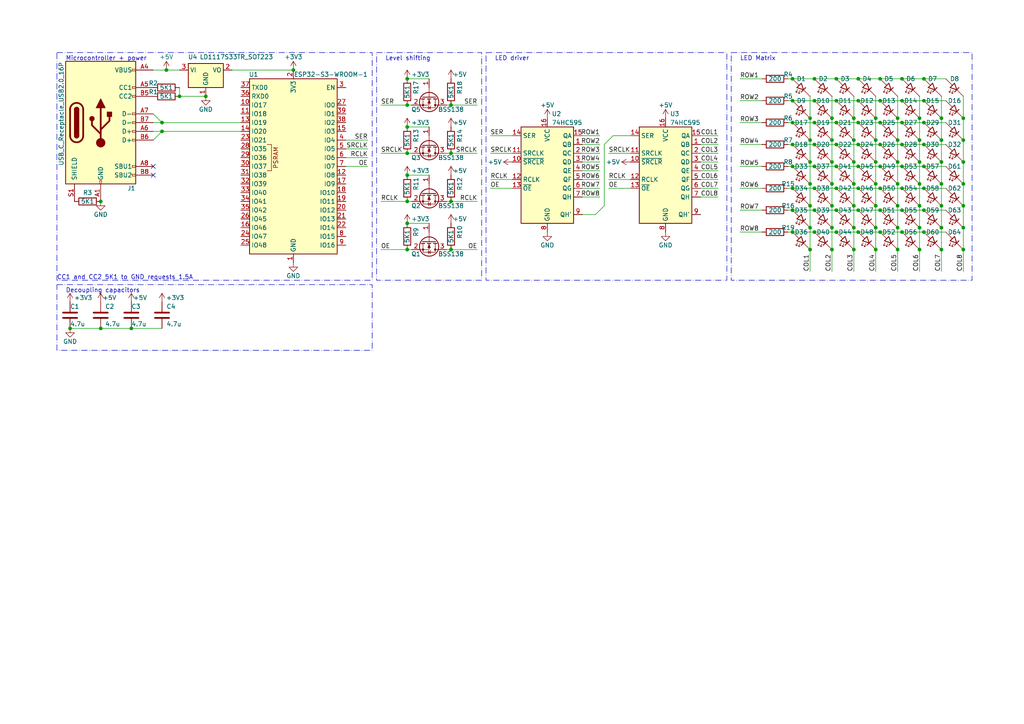
<source format=kicad_sch>
(kicad_sch (version 20230121) (generator eeschema)
  (paper "A4")
  (lib_symbols
    (symbol "74xx:74HC595"
      (property "Reference" "U" (at -7.62 13.97 0))
      (property "Value" "74HC595" (at -7.62 -16.51 0))
      (symbol "74HC595_1_0"
        (pin tri_state line (at 10.16 7.62 180) (length 2.54) (name "QB") (number "1"))
        (pin input line (at -10.16 2.54 0) (length 2.54) (name "~{SRCLR}") (number "10"))
        (pin input line (at -10.16 5.08 0) (length 2.54) (name "SRCLK") (number "11"))
        (pin input line (at -10.16 -2.54 0) (length 2.54) (name "RCLK") (number "12"))
        (pin input line (at -10.16 -5.08 0) (length 2.54) (name "~{OE}") (number "13"))
        (pin input line (at -10.16 10.16 0) (length 2.54) (name "SER") (number "14"))
        (pin tri_state line (at 10.16 10.16 180) (length 2.54) (name "QA") (number "15"))
        (pin power_in line (at 0 15.24 270) (length 2.54) (name "VCC") (number "16"))
        (pin tri_state line (at 10.16 5.08 180) (length 2.54) (name "QC") (number "2"))
        (pin tri_state line (at 10.16 2.54 180) (length 2.54) (name "QD") (number "3"))
        (pin tri_state line (at 10.16 0 180) (length 2.54) (name "QE") (number "4"))
        (pin tri_state line (at 10.16 -2.54 180) (length 2.54) (name "QF") (number "5"))
        (pin tri_state line (at 10.16 -5.08 180) (length 2.54) (name "QG") (number "6"))
        (pin tri_state line (at 10.16 -7.62 180) (length 2.54) (name "QH") (number "7"))
        (pin power_in line (at 0 -17.78 90) (length 2.54) (name "GND") (number "8"))
        (pin output line (at 10.16 -12.7 180) (length 2.54) (name "QH'") (number "9"))
      )
    )
    (symbol "Connector:USB_C_Receptacle_USB2.0_16P" (pin_names (offset 1.016))
      (property "Reference" "J" (at 0 22.225 0))
      (property "Value" "USB_C_Receptacle_USB2.0_16P" (at 0 19.685 0))
      (symbol "USB_C_Receptacle_USB2.0_16P_1_1"
        (pin passive line (at 0 -22.86 90) (length 5.08) (name "GND") (number "A1"))
        (pin passive line (at 0 -22.86 90) (length 5.08) hide (name "GND") (number "A12"))
        (pin passive line (at 15.24 15.24 180) (length 5.08) (name "VBUS") (number "A4"))
        (pin bidirectional line (at 15.24 10.16 180) (length 5.08) (name "CC1") (number "A5"))
        (pin bidirectional line (at 15.24 -2.54 180) (length 5.08) (name "D+") (number "A6"))
        (pin bidirectional line (at 15.24 2.54 180) (length 5.08) (name "D-") (number "A7"))
        (pin bidirectional line (at 15.24 -12.7 180) (length 5.08) (name "SBU1") (number "A8"))
        (pin passive line (at 15.24 15.24 180) (length 5.08) hide (name "VBUS") (number "A9"))
        (pin passive line (at 0 -22.86 90) (length 5.08) hide (name "GND") (number "B1"))
        (pin passive line (at 0 -22.86 90) (length 5.08) hide (name "GND") (number "B12"))
        (pin passive line (at 15.24 15.24 180) (length 5.08) hide (name "VBUS") (number "B4"))
        (pin bidirectional line (at 15.24 7.62 180) (length 5.08) (name "CC2") (number "B5"))
        (pin bidirectional line (at 15.24 -5.08 180) (length 5.08) (name "D+") (number "B6"))
        (pin bidirectional line (at 15.24 0 180) (length 5.08) (name "D-") (number "B7"))
        (pin bidirectional line (at 15.24 -15.24 180) (length 5.08) (name "SBU2") (number "B8"))
        (pin passive line (at 15.24 15.24 180) (length 5.08) hide (name "VBUS") (number "B9"))
        (pin passive line (at -7.62 -22.86 90) (length 5.08) (name "SHIELD") (number "S1"))
      )
    )
    (symbol "Device:C" (pin_numbers hide) (pin_names (offset 0.254))
      (property "Reference" "C" (at 0.635 2.54 0))
      (property "Value" "C" (at 0.635 -2.54 0))
      (symbol "C_1_1"
        (pin passive line (at 0 3.81 270) (length 2.794) (name "~") (number "1"))
        (pin passive line (at 0 -3.81 90) (length 2.794) (name "~") (number "2"))
      )
    )
    (symbol "Device:LED_45deg" (pin_numbers hide) (pin_names (offset 0) hide)
      (property "Reference" "D" (at 1.27 2.54 0))
      (property "Value" "LED_45deg" (at 1.27 0 0))
      (symbol "LED_45deg_1_1"
        (pin passive line (at 2.54 -2.54 180) (length 0) (name "K") (number "1"))
        (pin passive line (at -2.54 2.54 0) (length 0) (name "A") (number "2"))
      )
    )
    (symbol "Device:R" (pin_numbers hide) (pin_names (offset 0))
      (property "Reference" "R" (at 2.032 0 90))
      (property "Value" "R" (at 0 0 90))
      (symbol "R_1_1"
        (pin passive line (at 0 3.81 270) (length 1.27) (name "~") (number "1"))
        (pin passive line (at 0 -3.81 90) (length 1.27) (name "~") (number "2"))
      )
    )
    (symbol "RF_Module:ESP32-S3-WROOM-1"
      (property "Reference" "U" (at -12.7 26.67 0))
      (property "Value" "ESP32-S3-WROOM-1" (at 12.7 26.67 0))
      (symbol "ESP32-S3-WROOM-1_0_0"
        (text "PSRAM" (at 5.08 2.54 900) (effects (font (size 1.27 1.27))))
      )
      (symbol "ESP32-S3-WROOM-1_1_1"
        (pin power_in line (at 0 -27.94 90) (length 2.54) (name "GND") (number "1"))
        (pin bidirectional line (at 15.24 17.78 180) (length 2.54) (name "IO17") (number "10"))
        (pin bidirectional line (at 15.24 15.24 180) (length 2.54) (name "IO18") (number "11"))
        (pin bidirectional line (at -15.24 -2.54 0) (length 2.54) (name "IO8") (number "12"))
        (pin bidirectional line (at 15.24 12.7 180) (length 2.54) (name "IO19") (number "13"))
        (pin bidirectional line (at 15.24 10.16 180) (length 2.54) (name "IO20") (number "14"))
        (pin bidirectional line (at -15.24 10.16 0) (length 2.54) (name "IO3") (number "15"))
        (pin bidirectional line (at 15.24 -17.78 180) (length 2.54) (name "IO46") (number "16"))
        (pin bidirectional line (at -15.24 -5.08 0) (length 2.54) (name "IO9") (number "17"))
        (pin bidirectional line (at -15.24 -7.62 0) (length 2.54) (name "IO10") (number "18"))
        (pin bidirectional line (at -15.24 -10.16 0) (length 2.54) (name "IO11") (number "19"))
        (pin power_in line (at 0 27.94 270) (length 2.54) (name "3V3") (number "2"))
        (pin bidirectional line (at -15.24 -12.7 0) (length 2.54) (name "IO12") (number "20"))
        (pin bidirectional line (at -15.24 -15.24 0) (length 2.54) (name "IO13") (number "21"))
        (pin bidirectional line (at -15.24 -17.78 0) (length 2.54) (name "IO14") (number "22"))
        (pin bidirectional line (at 15.24 7.62 180) (length 2.54) (name "IO21") (number "23"))
        (pin bidirectional line (at 15.24 -20.32 180) (length 2.54) (name "IO47") (number "24"))
        (pin bidirectional line (at 15.24 -22.86 180) (length 2.54) (name "IO48") (number "25"))
        (pin bidirectional line (at 15.24 -15.24 180) (length 2.54) (name "IO45") (number "26"))
        (pin bidirectional line (at -15.24 17.78 0) (length 2.54) (name "IO0") (number "27"))
        (pin bidirectional line (at 15.24 5.08 180) (length 2.54) (name "IO35") (number "28"))
        (pin bidirectional line (at 15.24 2.54 180) (length 2.54) (name "IO36") (number "29"))
        (pin input line (at -15.24 22.86 0) (length 2.54) (name "EN") (number "3"))
        (pin bidirectional line (at 15.24 0 180) (length 2.54) (name "IO37") (number "30"))
        (pin bidirectional line (at 15.24 -2.54 180) (length 2.54) (name "IO38") (number "31"))
        (pin bidirectional line (at 15.24 -5.08 180) (length 2.54) (name "IO39") (number "32"))
        (pin bidirectional line (at 15.24 -7.62 180) (length 2.54) (name "IO40") (number "33"))
        (pin bidirectional line (at 15.24 -10.16 180) (length 2.54) (name "IO41") (number "34"))
        (pin bidirectional line (at 15.24 -12.7 180) (length 2.54) (name "IO42") (number "35"))
        (pin bidirectional line (at 15.24 20.32 180) (length 2.54) (name "RXD0") (number "36"))
        (pin bidirectional line (at 15.24 22.86 180) (length 2.54) (name "TXD0") (number "37"))
        (pin bidirectional line (at -15.24 12.7 0) (length 2.54) (name "IO2") (number "38"))
        (pin bidirectional line (at -15.24 15.24 0) (length 2.54) (name "IO1") (number "39"))
        (pin bidirectional line (at -15.24 7.62 0) (length 2.54) (name "IO4") (number "4"))
        (pin passive line (at 0 -27.94 90) (length 2.54) hide (name "GND") (number "40"))
        (pin passive line (at 0 -27.94 90) (length 2.54) hide (name "GND") (number "41"))
        (pin bidirectional line (at -15.24 5.08 0) (length 2.54) (name "IO5") (number "5"))
        (pin bidirectional line (at -15.24 2.54 0) (length 2.54) (name "IO6") (number "6"))
        (pin bidirectional line (at -15.24 0 0) (length 2.54) (name "IO7") (number "7"))
        (pin bidirectional line (at -15.24 -20.32 0) (length 2.54) (name "IO15") (number "8"))
        (pin bidirectional line (at -15.24 -22.86 0) (length 2.54) (name "IO16") (number "9"))
      )
    )
    (symbol "Regulator_Linear:LD1117S33TR_SOT223"
      (property "Reference" "U" (at -3.81 3.175 0))
      (property "Value" "LD1117S33TR_SOT223" (at 0 3.175 0))
      (symbol "LD1117S33TR_SOT223_1_1"
        (pin power_in line (at 0 -7.62 90) (length 2.54) (name "GND") (number "1"))
        (pin power_out line (at 7.62 0 180) (length 2.54) (name "VO") (number "2"))
        (pin power_in line (at -7.62 0 0) (length 2.54) (name "VI") (number "3"))
      )
    )
    (symbol "Transistor_FET:BSS138" (pin_names hide)
      (property "Reference" "Q" (at 5.08 1.905 0))
      (property "Value" "BSS138" (at 5.08 0 0))
      (symbol "BSS138_1_1"
        (pin input line (at -5.08 0 0) (length 2.54) (name "G") (number "1"))
        (pin passive line (at 2.54 -5.08 90) (length 2.54) (name "S") (number "2"))
        (pin passive line (at 2.54 5.08 270) (length 2.54) (name "D") (number "3"))
      )
    )
    (symbol "power:+3V3" (power) (pin_names (offset 0))
      (property "Value" "+3V3" (at 0 3.556 0))
      (symbol "+3V3_1_1"
        (pin power_in line (at 0 0 90) (length 0) hide (name "+3V3") (number "1"))
      )
    )
    (symbol "power:+5V" (power) (pin_names (offset 0))
      (property "Value" "+5V" (at 0 3.556 0))
      (symbol "+5V_1_1"
        (pin power_in line (at 0 0 90) (length 0) hide (name "+5V") (number "1"))
      )
    )
    (symbol "power:GND" (power) (pin_names (offset 0))
      (property "Value" "GND" (at 0 -3.81 0))
      (symbol "GND_1_1"
        (pin power_in line (at 0 0 270) (length 0) hide (name "GND") (number "1"))
      )
    )
  )
  (junction (at 261.62 54.61))
  (junction (at 254 34.29))
  (junction (at 242.57 41.91))
  (junction (at 247.65 46.99))
  (junction (at 267.97 54.61))
  (junction (at 229.87 54.61))
  (junction (at 266.7 40.64))
  (junction (at 248.92 60.96))
  (junction (at 118.11 58.42))
  (junction (at 260.35 34.29))
  (junction (at 267.97 35.56))
  (junction (at 29.21 95.25))
  (junction (at 254 46.99))
  (junction (at 241.3 46.99))
  (junction (at 241.3 53.34))
  (junction (at 229.87 22.86))
  (junction (at 279.4 34.29))
  (junction (at 247.65 40.64))
  (junction (at 261.62 29.21))
  (junction (at 241.3 59.69))
  (junction (at 247.65 34.29))
  (junction (at 247.65 59.69))
  (junction (at 247.65 72.39))
  (junction (at 266.7 34.29))
  (junction (at 242.57 67.31))
  (junction (at 260.35 40.64))
  (junction (at 248.92 54.61))
  (junction (at 279.4 53.34))
  (junction (at 266.7 46.99))
  (junction (at 260.35 59.69))
  (junction (at 229.87 48.26))
  (junction (at 261.62 35.56))
  (junction (at 247.65 66.04))
  (junction (at 255.27 67.31))
  (junction (at 118.11 30.48))
  (junction (at 247.65 53.34))
  (junction (at 130.81 44.45))
  (junction (at 261.62 67.31))
  (junction (at 267.97 67.31))
  (junction (at 242.57 60.96))
  (junction (at 234.95 66.04))
  (junction (at 279.4 40.64))
  (junction (at 266.7 66.04))
  (junction (at 273.05 72.39))
  (junction (at 38.1 95.25))
  (junction (at 241.3 34.29))
  (junction (at 29.21 58.42))
  (junction (at 261.62 22.86))
  (junction (at 242.57 54.61))
  (junction (at 229.87 41.91))
  (junction (at 241.3 72.39))
  (junction (at 118.11 36.83))
  (junction (at 229.87 67.31))
  (junction (at 20.32 95.25))
  (junction (at 118.11 50.8))
  (junction (at 273.05 34.29))
  (junction (at 273.05 46.99))
  (junction (at 248.92 67.31))
  (junction (at 254 66.04))
  (junction (at 130.81 72.39))
  (junction (at 130.81 30.48))
  (junction (at 255.27 54.61))
  (junction (at 254 53.34))
  (junction (at 260.35 53.34))
  (junction (at 236.22 22.86))
  (junction (at 279.4 66.04))
  (junction (at 46.99 38.1))
  (junction (at 234.95 40.64))
  (junction (at 273.05 40.64))
  (junction (at 267.97 29.21))
  (junction (at 236.22 67.31))
  (junction (at 279.4 59.69))
  (junction (at 273.05 53.34))
  (junction (at 260.35 66.04))
  (junction (at 52.07 27.94))
  (junction (at 234.95 34.29))
  (junction (at 234.95 72.39))
  (junction (at 46.99 35.56))
  (junction (at 242.57 29.21))
  (junction (at 118.11 72.39))
  (junction (at 229.87 29.21))
  (junction (at 254 59.69))
  (junction (at 248.92 48.26))
  (junction (at 59.69 27.94))
  (junction (at 248.92 22.86))
  (junction (at 248.92 35.56))
  (junction (at 267.97 48.26))
  (junction (at 234.95 53.34))
  (junction (at 260.35 72.39))
  (junction (at 255.27 29.21))
  (junction (at 236.22 35.56))
  (junction (at 236.22 29.21))
  (junction (at 254 40.64))
  (junction (at 85.09 20.32))
  (junction (at 241.3 66.04))
  (junction (at 236.22 48.26))
  (junction (at 236.22 54.61))
  (junction (at 241.3 40.64))
  (junction (at 266.7 59.69))
  (junction (at 260.35 46.99))
  (junction (at 234.95 46.99))
  (junction (at 261.62 48.26))
  (junction (at 130.81 58.42))
  (junction (at 266.7 53.34))
  (junction (at 118.11 44.45))
  (junction (at 242.57 35.56))
  (junction (at 255.27 60.96))
  (junction (at 254 72.39))
  (junction (at 229.87 35.56))
  (junction (at 118.11 64.77))
  (junction (at 267.97 22.86))
  (junction (at 273.05 59.69))
  (junction (at 267.97 41.91))
  (junction (at 236.22 41.91))
  (junction (at 279.4 72.39))
  (junction (at 236.22 60.96))
  (junction (at 242.57 48.26))
  (junction (at 273.05 66.04))
  (junction (at 248.92 41.91))
  (junction (at 266.7 72.39))
  (junction (at 234.95 59.69))
  (junction (at 255.27 41.91))
  (junction (at 261.62 60.96))
  (junction (at 267.97 60.96))
  (junction (at 118.11 22.86))
  (junction (at 48.26 20.32))
  (junction (at 255.27 22.86))
  (junction (at 255.27 35.56))
  (junction (at 255.27 48.26))
  (junction (at 279.4 46.99))
  (junction (at 261.62 41.91))
  (junction (at 242.57 22.86))
  (junction (at 229.87 60.96))
  (junction (at 248.92 29.21))
  (no_connect (at 44.45 50.8))
  (no_connect (at 44.45 48.26))
  (wire (pts (xy 106.68 48.26) (xy 100.33 48.26)))
  (wire (pts (xy 241.3 66.04) (xy 241.3 59.69)))
  (wire (pts (xy 46.99 38.1) (xy 44.45 40.64)))
  (wire (pts (xy 247.65 46.99) (xy 247.65 40.64)))
  (wire (pts (xy 242.57 48.26) (xy 248.92 48.26)))
  (wire (pts (xy 255.27 29.21) (xy 261.62 29.21)))
  (wire (pts (xy 234.95 72.39) (xy 234.95 66.04)))
  (wire (pts (xy 168.91 54.61) (xy 173.99 54.61)))
  (wire (pts (xy 241.3 34.29) (xy 241.3 27.94)))
  (wire (pts (xy 247.65 34.29) (xy 247.65 40.64)))
  (wire (pts (xy 241.3 34.29) (xy 241.3 40.64)))
  (wire (pts (xy 273.05 46.99) (xy 273.05 53.34)))
  (wire (pts (xy 273.05 34.29) (xy 273.05 27.94)))
  (wire (pts (xy 214.63 48.26) (xy 220.98 48.26)))
  (wire (pts (xy 46.99 35.56) (xy 69.85 35.56)))
  (wire (pts (xy 254 72.39) (xy 254 66.04)))
  (wire (pts (xy 228.6 54.61) (xy 229.87 54.61)))
  (wire (pts (xy 118.11 22.86) (xy 124.46 22.86)))
  (wire (pts (xy 254 46.99) (xy 254 40.64)))
  (wire (pts (xy 247.65 34.29) (xy 247.65 27.94)))
  (wire (pts (xy 248.92 48.26) (xy 255.27 48.26)))
  (wire (pts (xy 168.91 41.91) (xy 173.99 41.91)))
  (wire (pts (xy 279.4 46.99) (xy 279.4 53.34)))
  (wire (pts (xy 130.81 58.42) (xy 129.54 58.42)))
  (wire (pts (xy 214.63 35.56) (xy 220.98 35.56)))
  (wire (pts (xy 118.11 36.83) (xy 124.46 36.83)))
  (wire (pts (xy 266.7 34.29) (xy 266.7 40.64)))
  (wire (pts (xy 261.62 48.26) (xy 267.97 48.26)))
  (wire (pts (xy 110.49 58.42) (xy 118.11 58.42)))
  (wire (pts (xy 236.22 29.21) (xy 242.57 29.21)))
  (wire (pts (xy 267.97 48.26) (xy 274.32 48.26)))
  (wire (pts (xy 214.63 41.91) (xy 220.98 41.91)))
  (wire (pts (xy 279.4 78.74) (xy 279.4 72.39)))
  (wire (pts (xy 247.65 66.04) (xy 247.65 59.69)))
  (wire (pts (xy 46.99 38.1) (xy 69.85 38.1)))
  (wire (pts (xy 242.57 22.86) (xy 248.92 22.86)))
  (wire (pts (xy 267.97 54.61) (xy 274.32 54.61)))
  (wire (pts (xy 248.92 35.56) (xy 255.27 35.56)))
  (wire (pts (xy 228.6 35.56) (xy 229.87 35.56)))
  (wire (pts (xy 273.05 66.04) (xy 273.05 59.69)))
  (wire (pts (xy 267.97 22.86) (xy 274.32 22.86)))
  (wire (pts (xy 242.57 60.96) (xy 248.92 60.96)))
  (wire (pts (xy 229.87 67.31) (xy 236.22 67.31)))
  (wire (pts (xy 214.63 22.86) (xy 220.98 22.86)))
  (wire (pts (xy 242.57 35.56) (xy 248.92 35.56)))
  (wire (pts (xy 261.62 29.21) (xy 267.97 29.21)))
  (wire (pts (xy 273.05 78.74) (xy 273.05 72.39)))
  (wire (pts (xy 254 59.69) (xy 254 53.34)))
  (wire (pts (xy 279.4 34.29) (xy 279.4 40.64)))
  (wire (pts (xy 110.49 44.45) (xy 118.11 44.45)))
  (wire (pts (xy 177.8 39.37) (xy 182.88 39.37)))
  (wire (pts (xy 261.62 35.56) (xy 267.97 35.56)))
  (wire (pts (xy 247.65 78.74) (xy 247.65 72.39)))
  (wire (pts (xy 247.65 46.99) (xy 247.65 53.34)))
  (wire (pts (xy 279.4 59.69) (xy 279.4 53.34)))
  (wire (pts (xy 142.24 44.45) (xy 148.59 44.45)))
  (wire (pts (xy 254 34.29) (xy 254 27.94)))
  (wire (pts (xy 248.92 67.31) (xy 255.27 67.31)))
  (wire (pts (xy 118.11 72.39) (xy 119.38 72.39)))
  (wire (pts (xy 130.81 30.48) (xy 129.54 30.48)))
  (wire (pts (xy 255.27 35.56) (xy 261.62 35.56)))
  (wire (pts (xy 241.3 78.74) (xy 241.3 72.39)))
  (wire (pts (xy 260.35 66.04) (xy 260.35 59.69)))
  (wire (pts (xy 247.65 59.69) (xy 247.65 53.34)))
  (wire (pts (xy 273.05 72.39) (xy 273.05 66.04)))
  (wire (pts (xy 267.97 35.56) (xy 274.32 35.56)))
  (wire (pts (xy 261.62 54.61) (xy 267.97 54.61)))
  (wire (pts (xy 44.45 20.32) (xy 48.26 20.32)))
  (wire (pts (xy 130.81 44.45) (xy 129.54 44.45)))
  (wire (pts (xy 228.6 29.21) (xy 229.87 29.21)))
  (wire (pts (xy 176.53 44.45) (xy 182.88 44.45)))
  (wire (pts (xy 118.11 30.48) (xy 119.38 30.48)))
  (wire (pts (xy 208.28 41.91) (xy 203.2 41.91)))
  (wire (pts (xy 208.28 52.07) (xy 203.2 52.07)))
  (wire (pts (xy 234.95 34.29) (xy 234.95 40.64)))
  (wire (pts (xy 229.87 41.91) (xy 236.22 41.91)))
  (wire (pts (xy 228.6 48.26) (xy 229.87 48.26)))
  (wire (pts (xy 266.7 59.69) (xy 266.7 53.34)))
  (wire (pts (xy 260.35 46.99) (xy 260.35 40.64)))
  (wire (pts (xy 44.45 38.1) (xy 46.99 38.1)))
  (wire (pts (xy 229.87 60.96) (xy 236.22 60.96)))
  (wire (pts (xy 267.97 60.96) (xy 274.32 60.96)))
  (wire (pts (xy 44.45 35.56) (xy 46.99 35.56)))
  (wire (pts (xy 20.32 95.25) (xy 29.21 95.25)))
  (wire (pts (xy 234.95 46.99) (xy 234.95 53.34)))
  (wire (pts (xy 229.87 29.21) (xy 236.22 29.21)))
  (wire (pts (xy 266.7 34.29) (xy 266.7 27.94)))
  (wire (pts (xy 236.22 22.86) (xy 242.57 22.86)))
  (wire (pts (xy 255.27 60.96) (xy 261.62 60.96)))
  (wire (pts (xy 130.81 58.42) (xy 138.43 58.42)))
  (wire (pts (xy 142.24 52.07) (xy 148.59 52.07)))
  (wire (pts (xy 175.26 59.69) (xy 175.26 41.91)))
  (wire (pts (xy 236.22 48.26) (xy 242.57 48.26)))
  (wire (pts (xy 214.63 60.96) (xy 220.98 60.96)))
  (wire (pts (xy 242.57 29.21) (xy 248.92 29.21)))
  (wire (pts (xy 236.22 35.56) (xy 242.57 35.56)))
  (wire (pts (xy 236.22 67.31) (xy 242.57 67.31)))
  (wire (pts (xy 208.28 49.53) (xy 203.2 49.53)))
  (wire (pts (xy 29.21 95.25) (xy 38.1 95.25)))
  (wire (pts (xy 266.7 46.99) (xy 266.7 53.34)))
  (wire (pts (xy 168.91 49.53) (xy 173.99 49.53)))
  (wire (pts (xy 234.95 78.74) (xy 234.95 72.39)))
  (wire (pts (xy 255.27 41.91) (xy 261.62 41.91)))
  (wire (pts (xy 236.22 60.96) (xy 242.57 60.96)))
  (wire (pts (xy 248.92 22.86) (xy 255.27 22.86)))
  (wire (pts (xy 106.68 45.72) (xy 100.33 45.72)))
  (wire (pts (xy 38.1 95.25) (xy 46.99 95.25)))
  (wire (pts (xy 44.45 33.02) (xy 46.99 35.56)))
  (wire (pts (xy 130.81 30.48) (xy 138.43 30.48)))
  (wire (pts (xy 266.7 66.04) (xy 266.7 59.69)))
  (wire (pts (xy 260.35 59.69) (xy 260.35 53.34)))
  (wire (pts (xy 208.28 54.61) (xy 203.2 54.61)))
  (wire (pts (xy 214.63 54.61) (xy 220.98 54.61)))
  (wire (pts (xy 261.62 67.31) (xy 267.97 67.31)))
  (wire (pts (xy 234.95 46.99) (xy 234.95 40.64)))
  (wire (pts (xy 255.27 54.61) (xy 261.62 54.61)))
  (wire (pts (xy 261.62 22.86) (xy 267.97 22.86)))
  (wire (pts (xy 279.4 46.99) (xy 279.4 40.64)))
  (wire (pts (xy 67.31 20.32) (xy 85.09 20.32)))
  (wire (pts (xy 242.57 54.61) (xy 248.92 54.61)))
  (wire (pts (xy 168.91 57.15) (xy 173.99 57.15)))
  (wire (pts (xy 247.65 72.39) (xy 247.65 66.04)))
  (wire (pts (xy 266.7 72.39) (xy 266.7 66.04)))
  (wire (pts (xy 236.22 54.61) (xy 242.57 54.61)))
  (wire (pts (xy 110.49 30.48) (xy 118.11 30.48)))
  (wire (pts (xy 279.4 72.39) (xy 279.4 66.04)))
  (wire (pts (xy 260.35 78.74) (xy 260.35 72.39)))
  (wire (pts (xy 234.95 66.04) (xy 234.95 59.69)))
  (wire (pts (xy 118.11 64.77) (xy 124.46 64.77)))
  (wire (pts (xy 241.3 72.39) (xy 241.3 66.04)))
  (wire (pts (xy 279.4 66.04) (xy 279.4 59.69)))
  (wire (pts (xy 267.97 67.31) (xy 274.32 67.31)))
  (wire (pts (xy 142.24 39.37) (xy 148.59 39.37)))
  (wire (pts (xy 260.35 46.99) (xy 260.35 53.34)))
  (wire (pts (xy 208.28 46.99) (xy 203.2 46.99)))
  (wire (pts (xy 52.07 20.32) (xy 48.26 20.32)))
  (wire (pts (xy 175.26 41.91) (xy 177.8 39.37)))
  (wire (pts (xy 168.91 39.37) (xy 173.99 39.37)))
  (wire (pts (xy 248.92 41.91) (xy 255.27 41.91)))
  (wire (pts (xy 52.07 27.94) (xy 52.07 25.4)))
  (wire (pts (xy 241.3 59.69) (xy 241.3 53.34)))
  (wire (pts (xy 118.11 50.8) (xy 124.46 50.8)))
  (wire (pts (xy 229.87 22.86) (xy 236.22 22.86)))
  (wire (pts (xy 229.87 54.61) (xy 236.22 54.61)))
  (wire (pts (xy 168.91 62.23) (xy 172.72 62.23)))
  (wire (pts (xy 168.91 46.99) (xy 173.99 46.99)))
  (wire (pts (xy 110.49 72.39) (xy 118.11 72.39)))
  (wire (pts (xy 255.27 67.31) (xy 261.62 67.31)))
  (wire (pts (xy 168.91 44.45) (xy 173.99 44.45)))
  (wire (pts (xy 254 78.74) (xy 254 72.39)))
  (wire (pts (xy 260.35 34.29) (xy 260.35 40.64)))
  (wire (pts (xy 273.05 34.29) (xy 273.05 40.64)))
  (wire (pts (xy 266.7 78.74) (xy 266.7 72.39)))
  (wire (pts (xy 228.6 41.91) (xy 229.87 41.91)))
  (wire (pts (xy 261.62 41.91) (xy 267.97 41.91)))
  (wire (pts (xy 279.4 34.29) (xy 279.4 27.94)))
  (wire (pts (xy 106.68 40.64) (xy 100.33 40.64)))
  (wire (pts (xy 267.97 29.21) (xy 274.32 29.21)))
  (wire (pts (xy 214.63 67.31) (xy 220.98 67.31)))
  (wire (pts (xy 273.05 46.99) (xy 273.05 40.64)))
  (wire (pts (xy 236.22 41.91) (xy 242.57 41.91)))
  (wire (pts (xy 260.35 72.39) (xy 260.35 66.04)))
  (wire (pts (xy 142.24 54.61) (xy 148.59 54.61)))
  (wire (pts (xy 255.27 48.26) (xy 261.62 48.26)))
  (wire (pts (xy 172.72 62.23) (xy 175.26 59.69)))
  (wire (pts (xy 254 66.04) (xy 254 59.69)))
  (wire (pts (xy 118.11 44.45) (xy 119.38 44.45)))
  (wire (pts (xy 266.7 46.99) (xy 266.7 40.64)))
  (wire (pts (xy 241.3 46.99) (xy 241.3 53.34)))
  (wire (pts (xy 176.53 54.61) (xy 182.88 54.61)))
  (wire (pts (xy 254 46.99) (xy 254 53.34)))
  (wire (pts (xy 234.95 34.29) (xy 234.95 27.94)))
  (wire (pts (xy 130.81 72.39) (xy 129.54 72.39)))
  (wire (pts (xy 208.28 57.15) (xy 203.2 57.15)))
  (wire (pts (xy 248.92 60.96) (xy 255.27 60.96)))
  (wire (pts (xy 229.87 35.56) (xy 236.22 35.56)))
  (wire (pts (xy 176.53 52.07) (xy 182.88 52.07)))
  (wire (pts (xy 260.35 34.29) (xy 260.35 27.94)))
  (wire (pts (xy 106.68 43.18) (xy 100.33 43.18)))
  (wire (pts (xy 241.3 46.99) (xy 241.3 40.64)))
  (wire (pts (xy 228.6 22.86) (xy 229.87 22.86)))
  (wire (pts (xy 208.28 39.37) (xy 203.2 39.37)))
  (wire (pts (xy 267.97 41.91) (xy 274.32 41.91)))
  (wire (pts (xy 254 34.29) (xy 254 40.64)))
  (wire (pts (xy 228.6 60.96) (xy 229.87 60.96)))
  (wire (pts (xy 273.05 59.69) (xy 273.05 53.34)))
  (wire (pts (xy 248.92 54.61) (xy 255.27 54.61)))
  (wire (pts (xy 242.57 41.91) (xy 248.92 41.91)))
  (wire (pts (xy 261.62 60.96) (xy 267.97 60.96)))
  (wire (pts (xy 168.91 52.07) (xy 173.99 52.07)))
  (wire (pts (xy 52.07 27.94) (xy 59.69 27.94)))
  (wire (pts (xy 214.63 29.21) (xy 220.98 29.21)))
  (wire (pts (xy 118.11 58.42) (xy 119.38 58.42)))
  (wire (pts (xy 130.81 72.39) (xy 138.43 72.39)))
  (wire (pts (xy 234.95 59.69) (xy 234.95 53.34)))
  (wire (pts (xy 130.81 44.45) (xy 138.43 44.45)))
  (wire (pts (xy 255.27 22.86) (xy 261.62 22.86)))
  (wire (pts (xy 208.28 44.45) (xy 203.2 44.45)))
  (wire (pts (xy 242.57 67.31) (xy 248.92 67.31)))
  (wire (pts (xy 248.92 29.21) (xy 255.27 29.21)))
  (wire (pts (xy 228.6 67.31) (xy 229.87 67.31)))
  (wire (pts (xy 229.87 48.26) (xy 236.22 48.26)))
  (rectangle (start 212.09 15.24) (end 281.94 81.28) (stroke (width 0) (type dash_dot)))
  (rectangle (start 16.51 82.55) (end 107.95 101.6) (stroke (width 0) (type dash_dot)))
  (rectangle (start 109.22 15.24) (end 139.7 81.28) (stroke (width 0) (type dash_dot)))
  (rectangle (start 140.97 15.24) (end 210.82 81.28) (stroke (width 0) (type dash_dot)))
  (rectangle (start 16.51 15.24) (end 107.95 81.28) (stroke (width 0) (type dash_dot)))
  (text "Level shifting" (at 111.76 17.78 0) (effects (font (size 1.27 1.27)) (justify left bottom)))
  (text "LED driver" (at 143.51 17.78 0) (effects (font (size 1.27 1.27)) (justify left bottom)))
  (text "CC1 and CC2 5K1 to GND requests 1.5A" (at 16.51 81.28 0) (effects (font (size 1.27 1.27)) (justify left bottom)))
  (text "Decoupling capacitors" (at 19.05 85.09 0) (effects (font (size 1.27 1.27)) (justify left bottom)))
  (text "Microcontroller + power" (at 19.05 17.78 0) (effects (font (size 1.27 1.27)) (justify left bottom)))
  (text "LED Matrix" (at 214.63 17.78 0) (effects (font (size 1.27 1.27)) (justify left bottom)))
  (label "ROW8" (at 214.63 67.31 0))
  (label "COL1" (at 208.28 39.37 180))
  (label "SRCLK" (at 106.68 43.18 180))
  (label "ROW2" (at 173.99 41.91 180))
  (label "SRCLK" (at 142.24 44.45 0))
  (label "ROW7" (at 173.99 54.61 180))
  (label "COL3" (at 247.65 78.74 90))
  (label "RCLK" (at 138.43 58.42 180))
  (label "COL3" (at 208.28 44.45 180))
  (label "ROW1" (at 214.63 22.86 0))
  (label "SRCLK" (at 176.53 44.45 0))
  (label "OE" (at 176.53 54.61 0))
  (label "ROW4" (at 214.63 41.91 0))
  (label "ROW5" (at 214.63 48.26 0))
  (label "ROW7" (at 214.63 60.96 0))
  (label "ROW4" (at 173.99 46.99 180))
  (label "ROW6" (at 173.99 52.07 180))
  (label "COL4" (at 208.28 46.99 180))
  (label "COL5" (at 260.35 78.74 90))
  (label "COL2" (at 241.3 78.74 90))
  (label "RCLK" (at 142.24 52.07 0))
  (label "COL1" (at 234.95 78.74 90))
  (label "COL4" (at 254 78.74 90))
  (label "SER" (at 110.49 30.48 0))
  (label "COL7" (at 273.05 78.74 90))
  (label "ROW5" (at 173.99 49.53 180))
  (label "COL8" (at 208.28 57.15 180))
  (label "SRCLK" (at 110.49 44.45 0))
  (label "ROW6" (at 214.63 54.61 0))
  (label "COL6" (at 208.28 52.07 180))
  (label "SER" (at 138.43 30.48 180))
  (label "ROW3" (at 214.63 35.56 0))
  (label "COL8" (at 279.4 78.74 90))
  (label "COL6" (at 266.7 78.74 90))
  (label "ROW1" (at 173.99 39.37 180))
  (label "SER" (at 142.24 39.37 0))
  (label "ROW8" (at 173.99 57.15 180))
  (label "OE" (at 106.68 48.26 180))
  (label "RCLK" (at 106.68 45.72 180))
  (label "OE" (at 138.43 72.39 180))
  (label "SRCLK" (at 138.43 44.45 180))
  (label "ROW3" (at 173.99 44.45 180))
  (label "COL7" (at 208.28 54.61 180))
  (label "SER" (at 106.68 40.64 180))
  (label "COL2" (at 208.28 41.91 180))
  (label "ROW2" (at 214.63 29.21 0))
  (label "OE" (at 142.24 54.61 0))
  (label "RCLK" (at 176.53 52.07 0))
  (label "OE" (at 110.49 72.39 0))
  (label "RCLK" (at 110.49 58.42 0))
  (label "COL5" (at 208.28 49.53 180))
  (symbol (lib_id "Connector:USB_C_Receptacle_USB2.0_16P") (at 29.21 35.56 0) (unit 1)
    (property "Reference" "J1" (at 38.1 54.61 0))
    (property "Value" "USB_C_Receptacle_USB2.0_16P" (at 17.78 33.02 90))
    (property "Footprint" "Connector_USB:USB_C_Receptacle_HCTL_HC-TYPE-C-16P-01A" (effects hide))
    (property "Datasheet" "https://www.usb.org/sites/default/files/documents/usb_type-c.zip" (effects hide))
  )
  (symbol (lib_id "Device:LED_45deg") (at 276.86 31.75 0) (unit 1)
    (property "Reference" "D16" (at 276.86 29.21 0))
    (property "Value" "LED_45deg" (effects hide))
    (property "Footprint" "LED_SMD:LED_0805_2012Metric" (effects hide))
  )
  (symbol (lib_id "power:+3V3") (at 118.11 50.8 0) (unit 1)
    (property "Reference" "#PWR05" (effects hide))
    (property "Value" "+3V3" (at 121.92 49.53 0))
  )
  (symbol (lib_id "Device:LED_45deg") (at 276.86 38.1 0) (unit 1)
    (property "Reference" "D31" (at 276.86 35.56 0))
    (property "Value" "LED_45deg" (effects hide))
    (property "Footprint" "LED_SMD:LED_0805_2012Metric" (effects hide))
  )
  (symbol (lib_id "power:+5V") (at 182.88 46.99 90) (unit 1)
    (property "Reference" "#PWR09" (effects hide))
    (property "Value" "+5V" (at 177.8 46.99 90))
  )
  (symbol (lib_id "power:+5V") (at 148.59 46.99 90) (unit 1)
    (property "Reference" "#PWR018" (effects hide))
    (property "Value" "+5V" (at 143.51 46.99 90))
  )
  (symbol (lib_id "Device:LED_45deg") (at 270.51 44.45 0) (unit 1)
    (property "Reference" "D30" (at 270.51 41.91 0))
    (property "Value" "LED_45deg" (effects hide))
    (property "Footprint" "LED_SMD:LED_0805_2012Metric" (effects hide))
  )
  (symbol (lib_id "Device:LED_45deg") (at 238.76 38.1 0) (unit 1)
    (property "Reference" "D19" (at 238.76 35.56 0))
    (property "Value" "LED_45deg" (effects hide))
    (property "Footprint" "LED_SMD:LED_0805_2012Metric" (effects hide))
  )
  (symbol (lib_id "power:+3V3") (at 20.32 87.63 0) (unit 1)
    (property "Reference" "#PWR010" (effects hide))
    (property "Value" "+3V3" (at 24.13 86.36 0))
  )
  (symbol (lib_id "power:GND") (at 85.09 76.2 0) (unit 1)
    (property "Reference" "#PWR015" (effects hide))
    (property "Value" "GND" (at 85.09 80.01 0))
  )
  (symbol (lib_id "Device:R") (at 118.11 40.64 180) (unit 1)
    (property "Reference" "R13" (at 120.65 39.37 90))
    (property "Value" "5K1" (at 118.11 40.64 90))
    (property "Footprint" "Resistor_SMD:R_0805_2012Metric" (effects hide))
  )
  (symbol (lib_id "Device:LED_45deg") (at 232.41 69.85 0) (unit 1)
    (property "Reference" "D36" (at 232.41 67.31 0))
    (property "Value" "LED_45deg" (effects hide))
    (property "Footprint" "LED_SMD:LED_0805_2012Metric" (effects hide))
  )
  (symbol (lib_id "power:+5V") (at 130.81 64.77 0) (unit 1)
    (property "Reference" "#PWR04" (effects hide))
    (property "Value" "+5V" (at 133.35 63.5 0))
  )
  (symbol (lib_id "Device:C") (at 38.1 91.44 0) (unit 1)
    (property "Reference" "C3" (at 38.1 88.9 0) (effects (justify left)))
    (property "Value" "4.7u" (at 38.1 93.98 0) (effects (justify left)))
    (property "Footprint" "Capacitor_SMD:C_0805_2012Metric" (effects hide))
  )
  (symbol (lib_id "Device:LED_45deg") (at 232.41 57.15 0) (unit 1)
    (property "Reference" "D34" (at 232.41 54.61 0))
    (property "Value" "LED_45deg" (effects hide))
    (property "Footprint" "LED_SMD:LED_0805_2012Metric" (effects hide))
  )
  (symbol (lib_id "Device:LED_45deg") (at 238.76 44.45 0) (unit 1)
    (property "Reference" "D20" (at 238.76 41.91 0))
    (property "Value" "LED_45deg" (effects hide))
    (property "Footprint" "LED_SMD:LED_0805_2012Metric" (effects hide))
  )
  (symbol (lib_id "Device:LED_45deg") (at 270.51 31.75 0) (unit 1)
    (property "Reference" "D15" (at 270.51 29.21 0))
    (property "Value" "LED_45deg" (effects hide))
    (property "Footprint" "LED_SMD:LED_0805_2012Metric" (effects hide))
  )
  (symbol (lib_id "power:+5V") (at 29.21 87.63 0) (unit 1)
    (property "Reference" "#PWR021" (effects hide))
    (property "Value" "+5V" (at 31.75 86.36 0))
  )
  (symbol (lib_id "Device:LED_45deg") (at 232.41 63.5 0) (unit 1)
    (property "Reference" "D35" (at 232.41 60.96 0))
    (property "Value" "LED_45deg" (effects hide))
    (property "Footprint" "LED_SMD:LED_0805_2012Metric" (effects hide))
  )
  (symbol (lib_id "Device:R") (at 118.11 68.58 180) (unit 1)
    (property "Reference" "R9" (at 120.65 67.31 90))
    (property "Value" "5K1" (at 118.11 68.58 90))
    (property "Footprint" "Resistor_SMD:R_0805_2012Metric" (effects hide))
  )
  (symbol (lib_id "power:+5V") (at 130.81 36.83 0) (unit 1)
    (property "Reference" "#PWR08" (effects hide))
    (property "Value" "+5V" (at 133.35 35.56 0))
  )
  (symbol (lib_id "Device:C") (at 46.99 91.44 0) (unit 1)
    (property "Reference" "C4" (at 48.26 88.9 0) (effects (justify left)))
    (property "Value" "4.7u" (at 48.26 93.98 0) (effects (justify left)))
    (property "Footprint" "Capacitor_SMD:C_0805_2012Metric" (effects hide))
  )
  (symbol (lib_id "power:+3V3") (at 46.99 87.63 0) (unit 1)
    (property "Reference" "#PWR023" (effects hide))
    (property "Value" "+3V3" (at 50.8 86.36 0))
  )
  (symbol (lib_id "Device:C") (at 29.21 91.44 0) (unit 1)
    (property "Reference" "C2" (at 30.48 88.9 0) (effects (justify left)))
    (property "Value" "4.7u" (at 30.48 93.98 0) (effects (justify left)))
    (property "Footprint" "Capacitor_SMD:C_0805_2012Metric" (effects hide))
  )
  (symbol (lib_id "Device:LED_45deg") (at 276.86 69.85 0) (unit 1)
    (property "Reference" "D64" (at 276.86 67.31 0))
    (property "Value" "LED_45deg" (effects hide))
    (property "Footprint" "LED_SMD:LED_0805_2012Metric" (effects hide))
  )
  (symbol (lib_id "Device:LED_45deg") (at 245.11 44.45 0) (unit 1)
    (property "Reference" "D22" (at 245.11 41.91 0))
    (property "Value" "LED_45deg" (effects hide))
    (property "Footprint" "LED_SMD:LED_0805_2012Metric" (effects hide))
  )
  (symbol (lib_id "power:+3V3") (at 118.11 22.86 0) (unit 1)
    (property "Reference" "#PWR011" (effects hide))
    (property "Value" "+3V3" (at 121.92 21.59 0))
  )
  (symbol (lib_id "Device:LED_45deg") (at 251.46 57.15 0) (unit 1)
    (property "Reference" "D46" (at 251.46 54.61 0))
    (property "Value" "LED_45deg" (effects hide))
    (property "Footprint" "LED_SMD:LED_0805_2012Metric" (effects hide))
  )
  (symbol (lib_id "power:GND") (at 29.21 58.42 0) (unit 1)
    (property "Reference" "#PWR01" (effects hide))
    (property "Value" "GND" (at 29.21 62.23 0))
  )
  (symbol (lib_id "Device:R") (at 25.4 58.42 90) (unit 1)
    (property "Reference" "R3" (at 25.4 55.88 90))
    (property "Value" "5K1" (at 25.4 58.42 90))
    (property "Footprint" "Resistor_SMD:R_0805_2012Metric" (effects hide))
  )
  (symbol (lib_id "Device:LED_45deg") (at 270.51 69.85 0) (unit 1)
    (property "Reference" "D60" (at 270.51 67.31 0))
    (property "Value" "LED_45deg" (effects hide))
    (property "Footprint" "LED_SMD:LED_0805_2012Metric" (effects hide))
  )
  (symbol (lib_id "Device:LED_45deg") (at 257.81 38.1 0) (unit 1)
    (property "Reference" "D25" (at 257.81 35.56 0))
    (property "Value" "LED_45deg" (effects hide))
    (property "Footprint" "LED_SMD:LED_0805_2012Metric" (effects hide))
  )
  (symbol (lib_id "Device:LED_45deg") (at 251.46 31.75 0) (unit 1)
    (property "Reference" "D12" (at 251.46 29.21 0))
    (property "Value" "LED_45deg" (effects hide))
    (property "Footprint" "LED_SMD:LED_0805_2012Metric" (effects hide))
  )
  (symbol (lib_id "Device:LED_45deg") (at 264.16 31.75 0) (unit 1)
    (property "Reference" "D14" (at 264.16 29.21 0))
    (property "Value" "LED_45deg" (effects hide))
    (property "Footprint" "LED_SMD:LED_0805_2012Metric" (effects hide))
  )
  (symbol (lib_id "Device:R") (at 224.79 29.21 90) (unit 1)
    (property "Reference" "R5" (at 228.6 27.94 90))
    (property "Value" "200" (at 224.79 29.21 90))
    (property "Footprint" "Resistor_SMD:R_0805_2012Metric" (effects hide))
  )
  (symbol (lib_id "Device:LED_45deg") (at 232.41 31.75 0) (unit 1)
    (property "Reference" "D9" (at 232.41 29.21 0))
    (property "Value" "LED_45deg" (effects hide))
    (property "Footprint" "LED_SMD:LED_0805_2012Metric" (effects hide))
  )
  (symbol (lib_id "Device:LED_45deg") (at 276.86 25.4 0) (unit 1)
    (property "Reference" "D8" (at 276.86 22.86 0))
    (property "Value" "LED_45deg" (effects hide))
    (property "Footprint" "LED_SMD:LED_0805_2012Metric" (effects hide))
  )
  (symbol (lib_id "Device:LED_45deg") (at 257.81 25.4 0) (unit 1)
    (property "Reference" "D5" (at 257.81 22.86 0))
    (property "Value" "LED_45deg" (effects hide))
    (property "Footprint" "LED_SMD:LED_0805_2012Metric" (effects hide))
  )
  (symbol (lib_id "Device:R") (at 224.79 41.91 90) (unit 1)
    (property "Reference" "R7" (at 228.6 40.64 90))
    (property "Value" "200" (at 224.79 41.91 90))
    (property "Footprint" "Resistor_SMD:R_0805_2012Metric" (effects hide))
  )
  (symbol (lib_id "Transistor_FET:BSS138") (at 124.46 69.85 270) (unit 1)
    (property "Reference" "Q1" (at 120.65 73.66 90))
    (property "Value" "BSS138" (at 130.81 73.66 90))
    (property "Footprint" "Package_TO_SOT_SMD:SOT-23" (effects hide))
    (property "Datasheet" "https://www.onsemi.com/pub/Collateral/BSS138-D.PDF" (effects hide))
  )
  (symbol (lib_id "power:GND") (at 20.32 95.25 0) (unit 1)
    (property "Reference" "#PWR024" (effects hide))
    (property "Value" "GND" (at 20.32 99.06 0))
  )
  (symbol (lib_id "Device:LED_45deg") (at 238.76 31.75 0) (unit 1)
    (property "Reference" "D10" (at 238.76 29.21 0))
    (property "Value" "LED_45deg" (effects hide))
    (property "Footprint" "LED_SMD:LED_0805_2012Metric" (effects hide))
  )
  (symbol (lib_id "power:+5V") (at 193.04 34.29 0) (unit 1)
    (property "Reference" "#PWR020" (effects hide))
    (property "Value" "+5V" (at 193.04 30.48 0))
  )
  (symbol (lib_id "Device:LED_45deg") (at 257.81 44.45 0) (unit 1)
    (property "Reference" "D26" (at 257.81 41.91 0))
    (property "Value" "LED_45deg" (effects hide))
    (property "Footprint" "LED_SMD:LED_0805_2012Metric" (effects hide))
  )
  (symbol (lib_id "Device:LED_45deg") (at 232.41 50.8 0) (unit 1)
    (property "Reference" "D33" (at 232.41 48.26 0))
    (property "Value" "LED_45deg" (effects hide))
    (property "Footprint" "LED_SMD:LED_0805_2012Metric" (effects hide))
  )
  (symbol (lib_id "power:GND") (at 193.04 67.31 0) (unit 1)
    (property "Reference" "#PWR013" (effects hide))
    (property "Value" "GND" (at 193.04 71.12 0))
  )
  (symbol (lib_id "Device:R") (at 224.79 60.96 90) (unit 1)
    (property "Reference" "R16" (at 228.6 59.69 90))
    (property "Value" "200" (at 224.79 60.96 90))
    (property "Footprint" "Resistor_SMD:R_0805_2012Metric" (effects hide))
  )
  (symbol (lib_id "Device:LED_45deg") (at 270.51 25.4 0) (unit 1)
    (property "Reference" "D7" (at 270.51 22.86 0))
    (property "Value" "LED_45deg" (effects hide))
    (property "Footprint" "LED_SMD:LED_0805_2012Metric" (effects hide))
  )
  (symbol (lib_id "Device:LED_45deg") (at 270.51 50.8 0) (unit 1)
    (property "Reference" "D57" (at 270.51 48.26 0))
    (property "Value" "LED_45deg" (effects hide))
    (property "Footprint" "LED_SMD:LED_0805_2012Metric" (effects hide))
  )
  (symbol (lib_id "Device:LED_45deg") (at 264.16 25.4 0) (unit 1)
    (property "Reference" "D6" (at 264.16 22.86 0))
    (property "Value" "LED_45deg" (effects hide))
    (property "Footprint" "LED_SMD:LED_0805_2012Metric" (effects hide))
  )
  (symbol (lib_id "Device:LED_45deg") (at 264.16 38.1 0) (unit 1)
    (property "Reference" "D27" (at 264.16 35.56 0))
    (property "Value" "LED_45deg" (effects hide))
    (property "Footprint" "LED_SMD:LED_0805_2012Metric" (effects hide))
  )
  (symbol (lib_id "Device:LED_45deg") (at 251.46 50.8 0) (unit 1)
    (property "Reference" "D45" (at 251.46 48.26 0))
    (property "Value" "LED_45deg" (effects hide))
    (property "Footprint" "LED_SMD:LED_0805_2012Metric" (effects hide))
  )
  (symbol (lib_id "Device:LED_45deg") (at 238.76 63.5 0) (unit 1)
    (property "Reference" "D39" (at 238.76 60.96 0))
    (property "Value" "LED_45deg" (effects hide))
    (property "Footprint" "LED_SMD:LED_0805_2012Metric" (effects hide))
  )
  (symbol (lib_id "Device:R") (at 224.79 67.31 90) (unit 1)
    (property "Reference" "R19" (at 228.6 66.04 90))
    (property "Value" "200" (at 224.79 67.31 90))
    (property "Footprint" "Resistor_SMD:R_0805_2012Metric" (effects hide))
  )
  (symbol (lib_id "Device:LED_45deg") (at 251.46 38.1 0) (unit 1)
    (property "Reference" "D23" (at 251.46 35.56 0))
    (property "Value" "LED_45deg" (effects hide))
    (property "Footprint" "LED_SMD:LED_0805_2012Metric" (effects hide))
  )
  (symbol (lib_id "power:+5V") (at 130.81 22.86 0) (unit 1)
    (property "Reference" "#PWR012" (effects hide))
    (property "Value" "+5V" (at 133.35 21.59 0))
  )
  (symbol (lib_id "Device:LED_45deg") (at 264.16 63.5 0) (unit 1)
    (property "Reference" "D55" (at 264.16 60.96 0))
    (property "Value" "LED_45deg" (effects hide))
    (property "Footprint" "LED_SMD:LED_0805_2012Metric" (effects hide))
  )
  (symbol (lib_id "Device:R") (at 130.81 68.58 180) (unit 1)
    (property "Reference" "R10" (at 133.35 67.31 90))
    (property "Value" "5K1" (at 130.81 68.58 90))
    (property "Footprint" "Resistor_SMD:R_0805_2012Metric" (effects hide))
  )
  (symbol (lib_id "Device:LED_45deg") (at 232.41 44.45 0) (unit 1)
    (property "Reference" "D18" (at 232.41 41.91 0))
    (property "Value" "LED_45deg" (effects hide))
    (property "Footprint" "LED_SMD:LED_0805_2012Metric" (effects hide))
  )
  (symbol (lib_id "Device:LED_45deg") (at 245.11 38.1 0) (unit 1)
    (property "Reference" "D21" (at 245.11 35.56 0))
    (property "Value" "LED_45deg" (effects hide))
    (property "Footprint" "LED_SMD:LED_0805_2012Metric" (effects hide))
  )
  (symbol (lib_id "Device:R") (at 48.26 25.4 90) (unit 1)
    (property "Reference" "R2" (at 44.45 24.13 90))
    (property "Value" "5K1" (at 48.26 25.4 90))
    (property "Footprint" "Resistor_SMD:R_0805_2012Metric" (effects hide))
  )
  (symbol (lib_id "Device:LED_45deg") (at 251.46 69.85 0) (unit 1)
    (property "Reference" "D48" (at 251.46 67.31 0))
    (property "Value" "LED_45deg" (effects hide))
    (property "Footprint" "LED_SMD:LED_0805_2012Metric" (effects hide))
  )
  (symbol (lib_id "Device:LED_45deg") (at 238.76 50.8 0) (unit 1)
    (property "Reference" "D37" (at 238.76 48.26 0))
    (property "Value" "LED_45deg" (effects hide))
    (property "Footprint" "LED_SMD:LED_0805_2012Metric" (effects hide))
  )
  (symbol (lib_id "Device:LED_45deg") (at 257.81 69.85 0) (unit 1)
    (property "Reference" "D52" (at 257.81 67.31 0))
    (property "Value" "LED_45deg" (effects hide))
    (property "Footprint" "LED_SMD:LED_0805_2012Metric" (effects hide))
  )
  (symbol (lib_id "Device:LED_45deg") (at 257.81 63.5 0) (unit 1)
    (property "Reference" "D51" (at 257.81 60.96 0))
    (property "Value" "LED_45deg" (effects hide))
    (property "Footprint" "LED_SMD:LED_0805_2012Metric" (effects hide))
  )
  (symbol (lib_id "Device:LED_45deg") (at 257.81 31.75 0) (unit 1)
    (property "Reference" "D13" (at 257.81 29.21 0))
    (property "Value" "LED_45deg" (effects hide))
    (property "Footprint" "LED_SMD:LED_0805_2012Metric" (effects hide))
  )
  (symbol (lib_id "Device:LED_45deg") (at 276.86 63.5 0) (unit 1)
    (property "Reference" "D63" (at 276.86 60.96 0))
    (property "Value" "LED_45deg" (effects hide))
    (property "Footprint" "LED_SMD:LED_0805_2012Metric" (effects hide))
  )
  (symbol (lib_id "Device:LED_45deg") (at 245.11 50.8 0) (unit 1)
    (property "Reference" "D41" (at 245.11 48.26 0))
    (property "Value" "LED_45deg" (effects hide))
    (property "Footprint" "LED_SMD:LED_0805_2012Metric" (effects hide))
  )
  (symbol (lib_id "Device:LED_45deg") (at 270.51 38.1 0) (unit 1)
    (property "Reference" "D29" (at 270.51 35.56 0))
    (property "Value" "LED_45deg" (effects hide))
    (property "Footprint" "LED_SMD:LED_0805_2012Metric" (effects hide))
  )
  (symbol (lib_id "power:+5V") (at 48.26 20.32 0) (unit 1)
    (property "Reference" "#PWR017" (effects hide))
    (property "Value" "+5V" (at 48.26 16.51 0))
  )
  (symbol (lib_id "Device:R") (at 224.79 48.26 90) (unit 1)
    (property "Reference" "R8" (at 228.6 46.99 90))
    (property "Value" "200" (at 224.79 48.26 90))
    (property "Footprint" "Resistor_SMD:R_0805_2012Metric" (effects hide))
  )
  (symbol (lib_id "Device:LED_45deg") (at 264.16 50.8 0) (unit 1)
    (property "Reference" "D53" (at 264.16 48.26 0))
    (property "Value" "LED_45deg" (effects hide))
    (property "Footprint" "LED_SMD:LED_0805_2012Metric" (effects hide))
  )
  (symbol (lib_id "power:+3V3") (at 118.11 64.77 0) (unit 1)
    (property "Reference" "#PWR03" (effects hide))
    (property "Value" "+3V3" (at 121.92 63.5 0))
  )
  (symbol (lib_id "Device:LED_45deg") (at 245.11 31.75 0) (unit 1)
    (property "Reference" "D11" (at 245.11 29.21 0))
    (property "Value" "LED_45deg" (effects hide))
    (property "Footprint" "LED_SMD:LED_0805_2012Metric" (effects hide))
  )
  (symbol (lib_id "Device:R") (at 224.79 35.56 90) (unit 1)
    (property "Reference" "R6" (at 228.6 34.29 90))
    (property "Value" "200" (at 224.79 35.56 90))
    (property "Footprint" "Resistor_SMD:R_0805_2012Metric" (effects hide))
  )
  (symbol (lib_id "Device:LED_45deg") (at 264.16 57.15 0) (unit 1)
    (property "Reference" "D54" (at 264.16 54.61 0))
    (property "Value" "LED_45deg" (effects hide))
    (property "Footprint" "LED_SMD:LED_0805_2012Metric" (effects hide))
  )
  (symbol (lib_id "Device:LED_45deg") (at 276.86 44.45 0) (unit 1)
    (property "Reference" "D32" (at 276.86 41.91 0))
    (property "Value" "LED_45deg" (effects hide))
    (property "Footprint" "LED_SMD:LED_0805_2012Metric" (effects hide))
  )
  (symbol (lib_id "Device:R") (at 130.81 54.61 180) (unit 1)
    (property "Reference" "R12" (at 133.35 53.34 90))
    (property "Value" "5K1" (at 130.81 54.61 90))
    (property "Footprint" "Resistor_SMD:R_0805_2012Metric" (effects hide))
  )
  (symbol (lib_id "Device:LED_45deg") (at 245.11 57.15 0) (unit 1)
    (property "Reference" "D42" (at 245.11 54.61 0))
    (property "Value" "LED_45deg" (effects hide))
    (property "Footprint" "LED_SMD:LED_0805_2012Metric" (effects hide))
  )
  (symbol (lib_id "Device:LED_45deg") (at 232.41 38.1 0) (unit 1)
    (property "Reference" "D17" (at 232.41 35.56 0))
    (property "Value" "LED_45deg" (effects hide))
    (property "Footprint" "LED_SMD:LED_0805_2012Metric" (effects hide))
  )
  (symbol (lib_id "Device:LED_45deg") (at 245.11 25.4 0) (unit 1)
    (property "Reference" "D3" (at 245.11 22.86 0))
    (property "Value" "LED_45deg" (effects hide))
    (property "Footprint" "LED_SMD:LED_0805_2012Metric" (effects hide))
  )
  (symbol (lib_id "Transistor_FET:BSS138") (at 124.46 55.88 270) (unit 1)
    (property "Reference" "Q2" (at 120.65 59.69 90))
    (property "Value" "BSS138" (at 130.81 59.69 90))
    (property "Footprint" "Package_TO_SOT_SMD:SOT-23" (effects hide))
    (property "Datasheet" "https://www.onsemi.com/pub/Collateral/BSS138-D.PDF" (effects hide))
  )
  (symbol (lib_id "power:+3V3") (at 118.11 36.83 0) (unit 1)
    (property "Reference" "#PWR07" (effects hide))
    (property "Value" "+3V3" (at 121.92 35.56 0))
  )
  (symbol (lib_id "Device:LED_45deg") (at 276.86 57.15 0) (unit 1)
    (property "Reference" "D62" (at 276.86 54.61 0))
    (property "Value" "LED_45deg" (effects hide))
    (property "Footprint" "LED_SMD:LED_0805_2012Metric" (effects hide))
  )
  (symbol (lib_id "Device:R") (at 130.81 26.67 180) (unit 1)
    (property "Reference" "R18" (at 133.35 25.4 90))
    (property "Value" "5K1" (at 130.81 26.67 90))
    (property "Footprint" "Resistor_SMD:R_0805_2012Metric" (effects hide))
  )
  (symbol (lib_id "Device:C") (at 20.32 91.44 0) (unit 1)
    (property "Reference" "C1" (at 20.32 88.9 0) (effects (justify left)))
    (property "Value" "4.7u" (at 20.32 93.98 0) (effects (justify left)))
    (property "Footprint" "Capacitor_SMD:C_0805_2012Metric" (effects hide))
  )
  (symbol (lib_id "Transistor_FET:BSS138") (at 124.46 27.94 270) (unit 1)
    (property "Reference" "Q5" (at 120.65 31.75 90))
    (property "Value" "BSS138" (at 130.81 31.75 90))
    (property "Footprint" "Package_TO_SOT_SMD:SOT-23" (effects hide))
    (property "Datasheet" "https://www.onsemi.com/pub/Collateral/BSS138-D.PDF" (effects hide))
  )
  (symbol (lib_id "power:GND") (at 59.69 27.94 0) (unit 1)
    (property "Reference" "#PWR02" (effects hide))
    (property "Value" "GND" (at 59.69 31.75 0))
  )
  (symbol (lib_id "Device:LED_45deg") (at 245.11 69.85 0) (unit 1)
    (property "Reference" "D44" (at 245.11 67.31 0))
    (property "Value" "LED_45deg" (effects hide))
    (property "Footprint" "LED_SMD:LED_0805_2012Metric" (effects hide))
  )
  (symbol (lib_id "Device:LED_45deg") (at 276.86 50.8 0) (unit 1)
    (property "Reference" "D61" (at 276.86 48.26 0))
    (property "Value" "LED_45deg" (effects hide))
    (property "Footprint" "LED_SMD:LED_0805_2012Metric" (effects hide))
  )
  (symbol (lib_id "power:+5V") (at 130.81 50.8 0) (unit 1)
    (property "Reference" "#PWR06" (effects hide))
    (property "Value" "+5V" (at 133.35 49.53 0))
  )
  (symbol (lib_id "74xx:74HC595") (at 193.04 49.53 0) (unit 1)
    (property "Reference" "U3" (at 194.31 33.02 0) (effects (justify left)))
    (property "Value" "74HC595" (at 194.31 35.56 0) (effects (justify left)))
    (property "Footprint" "Package_SO:SOIC-16_3.9x9.9mm_P1.27mm" (effects hide))
    (property "Datasheet" "http://www.ti.com/lit/ds/symlink/sn74hc595.pdf" (effects hide))
  )
  (symbol (lib_id "Device:LED_45deg") (at 238.76 25.4 0) (unit 1)
    (property "Reference" "D2" (at 238.76 22.86 0))
    (property "Value" "LED_45deg" (effects hide))
    (property "Footprint" "LED_SMD:LED_0805_2012Metric" (effects hide))
  )
  (symbol (lib_id "RF_Module:ESP32-S3-WROOM-1") (at 85.09 48.26 0) (mirror y) (unit 1)
    (property "Reference" "U1" (at 74.93 21.59 0) (effects (justify left)))
    (property "Value" "ESP32-S3-WROOM-1" (at 106.68 21.59 0) (effects (justify left)))
    (property "Footprint" "RF_Module:ESP32-S3-WROOM-1" (effects hide))
    (property "Datasheet" "https://www.espressif.com/sites/default/files/documentation/esp32-s3-wroom-1_wroom-1u_datasheet_en.pdf" (effects hide))
  )
  (symbol (lib_id "Device:R") (at 48.26 27.94 90) (unit 1)
    (property "Reference" "R1" (at 44.45 26.67 90))
    (property "Value" "5K1" (at 48.26 27.94 90))
    (property "Footprint" "Resistor_SMD:R_0805_2012Metric" (effects hide))
  )
  (symbol (lib_id "Device:LED_45deg") (at 264.16 44.45 0) (unit 1)
    (property "Reference" "D28" (at 264.16 41.91 0))
    (property "Value" "LED_45deg" (effects hide))
    (property "Footprint" "LED_SMD:LED_0805_2012Metric" (effects hide))
  )
  (symbol (lib_id "Transistor_FET:BSS138") (at 124.46 41.91 270) (unit 1)
    (property "Reference" "Q3" (at 120.65 45.72 90))
    (property "Value" "BSS138" (at 130.81 45.72 90))
    (property "Footprint" "Package_TO_SOT_SMD:SOT-23" (effects hide))
    (property "Datasheet" "https://www.onsemi.com/pub/Collateral/BSS138-D.PDF" (effects hide))
  )
  (symbol (lib_id "Device:LED_45deg") (at 245.11 63.5 0) (unit 1)
    (property "Reference" "D43" (at 245.11 60.96 0))
    (property "Value" "LED_45deg" (effects hide))
    (property "Footprint" "LED_SMD:LED_0805_2012Metric" (effects hide))
  )
  (symbol (lib_id "Device:LED_45deg") (at 264.16 69.85 0) (unit 1)
    (property "Reference" "D56" (at 264.16 67.31 0))
    (property "Value" "LED_45deg" (effects hide))
    (property "Footprint" "LED_SMD:LED_0805_2012Metric" (effects hide))
  )
  (symbol (lib_id "power:GND") (at 158.75 67.31 0) (unit 1)
    (property "Reference" "#PWR014" (effects hide))
    (property "Value" "GND" (at 158.75 71.12 0))
  )
  (symbol (lib_id "Device:LED_45deg") (at 238.76 69.85 0) (unit 1)
    (property "Reference" "D40" (at 238.76 67.31 0))
    (property "Value" "LED_45deg" (effects hide))
    (property "Footprint" "LED_SMD:LED_0805_2012Metric" (effects hide))
  )
  (symbol (lib_id "Device:LED_45deg") (at 270.51 57.15 0) (unit 1)
    (property "Reference" "D58" (at 270.51 54.61 0))
    (property "Value" "LED_45deg" (effects hide))
    (property "Footprint" "LED_SMD:LED_0805_2012Metric" (effects hide))
  )
  (symbol (lib_id "74xx:74HC595") (at 158.75 49.53 0) (unit 1)
    (property "Reference" "U2" (at 160.02 33.02 0) (effects (justify left)))
    (property "Value" "74HC595" (at 160.02 35.56 0) (effects (justify left)))
    (property "Footprint" "Package_SO:SOIC-16_3.9x9.9mm_P1.27mm" (effects hide))
    (property "Datasheet" "http://www.ti.com/lit/ds/symlink/sn74hc595.pdf" (effects hide))
  )
  (symbol (lib_id "power:+5V") (at 158.75 34.29 0) (unit 1)
    (property "Reference" "#PWR019" (effects hide))
    (property "Value" "+5V" (at 158.75 30.48 0))
  )
  (symbol (lib_id "Device:LED_45deg") (at 257.81 57.15 0) (unit 1)
    (property "Reference" "D50" (at 257.81 54.61 0))
    (property "Value" "LED_45deg" (effects hide))
    (property "Footprint" "LED_SMD:LED_0805_2012Metric" (effects hide))
  )
  (symbol (lib_id "power:+5V") (at 38.1 87.63 0) (unit 1)
    (property "Reference" "#PWR022" (effects hide))
    (property "Value" "+5V" (at 40.64 86.36 0))
  )
  (symbol (lib_id "Device:R") (at 224.79 54.61 90) (unit 1)
    (property "Reference" "R15" (at 228.6 53.34 90))
    (property "Value" "200" (at 224.79 54.61 90))
    (property "Footprint" "Resistor_SMD:R_0805_2012Metric" (effects hide))
  )
  (symbol (lib_id "Device:LED_45deg") (at 270.51 63.5 0) (unit 1)
    (property "Reference" "D59" (at 270.51 60.96 0))
    (property "Value" "LED_45deg" (effects hide))
    (property "Footprint" "LED_SMD:LED_0805_2012Metric" (effects hide))
  )
  (symbol (lib_id "Device:LED_45deg") (at 232.41 25.4 0) (unit 1)
    (property "Reference" "D1" (at 232.41 22.86 0))
    (property "Value" "LED_45deg" (effects hide))
    (property "Footprint" "LED_SMD:LED_0805_2012Metric" (effects hide))
  )
  (symbol (lib_id "Device:LED_45deg") (at 238.76 57.15 0) (unit 1)
    (property "Reference" "D38" (at 238.76 54.61 0))
    (property "Value" "LED_45deg" (effects hide))
    (property "Footprint" "LED_SMD:LED_0805_2012Metric" (effects hide))
  )
  (symbol (lib_id "Device:LED_45deg") (at 251.46 25.4 0) (unit 1)
    (property "Reference" "D4" (at 251.46 22.86 0))
    (property "Value" "LED_45deg" (effects hide))
    (property "Footprint" "LED_SMD:LED_0805_2012Metric" (effects hide))
  )
  (symbol (lib_id "Device:R") (at 118.11 26.67 180) (unit 1)
    (property "Reference" "R17" (at 120.65 25.4 90))
    (property "Value" "5K1" (at 118.11 26.67 90))
    (property "Footprint" "Resistor_SMD:R_0805_2012Metric" (effects hide))
  )
  (symbol (lib_id "Device:LED_45deg") (at 251.46 63.5 0) (unit 1)
    (property "Reference" "D47" (at 251.46 60.96 0))
    (property "Value" "LED_45deg" (effects hide))
    (property "Footprint" "LED_SMD:LED_0805_2012Metric" (effects hide))
  )
  (symbol (lib_id "Regulator_Linear:LD1117S33TR_SOT223") (at 59.69 20.32 0) (unit 1)
    (property "Reference" "U4" (at 55.88 16.51 0))
    (property "Value" "LD1117S33TR_SOT223" (at 68.58 16.51 0))
    (property "Footprint" "Package_TO_SOT_SMD:SOT-223-3_TabPin2" (effects hide))
    (property "Datasheet" "http://www.st.com/st-web-ui/static/active/en/resource/technical/document/datasheet/CD00000544.pdf" (effects hide))
  )
  (symbol (lib_id "Device:LED_45deg") (at 257.81 50.8 0) (unit 1)
    (property "Reference" "D49" (at 257.81 48.26 0))
    (property "Value" "LED_45deg" (effects hide))
    (property "Footprint" "LED_SMD:LED_0805_2012Metric" (effects hide))
  )
  (symbol (lib_id "Device:R") (at 224.79 22.86 90) (unit 1)
    (property "Reference" "R4" (at 228.6 21.59 90))
    (property "Value" "200" (at 224.79 22.86 90))
    (property "Footprint" "Resistor_SMD:R_0805_2012Metric" (effects hide))
  )
  (symbol (lib_id "power:+3V3") (at 85.09 20.32 0) (unit 1)
    (property "Reference" "#PWR016" (effects hide))
    (property "Value" "+3V3" (at 85.09 16.51 0))
  )
  (symbol (lib_id "Device:R") (at 130.81 40.64 180) (unit 1)
    (property "Reference" "R14" (at 133.35 39.37 90))
    (property "Value" "5K1" (at 130.81 40.64 90))
    (property "Footprint" "Resistor_SMD:R_0805_2012Metric" (effects hide))
  )
  (symbol (lib_id "Device:R") (at 118.11 54.61 180) (unit 1)
    (property "Reference" "R11" (at 120.65 53.34 90))
    (property "Value" "5K1" (at 118.11 54.61 90))
    (property "Footprint" "Resistor_SMD:R_0805_2012Metric" (effects hide))
  )
  (symbol (lib_id "Device:LED_45deg") (at 251.46 44.45 0) (unit 1)
    (property "Reference" "D24" (at 251.46 41.91 0))
    (property "Value" "LED_45deg" (effects hide))
    (property "Footprint" "LED_SMD:LED_0805_2012Metric" (effects hide))
  )
)
</source>
